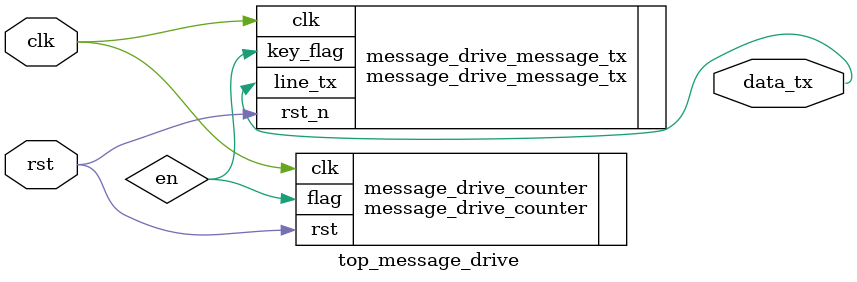
<source format=v>
`timescale 1ns / 1ps
module top_message_drive(
	input clk,
	input rst,
	output data_tx
    );
	
	
	wire en;
	
	message_drive_counter message_drive_counter(
	.clk(clk),
	.rst(rst),
	.flag(en)
    );
	
	message_drive_message_tx message_drive_message_tx(
    .clk(clk),
	.rst_n(rst),
	.key_flag(en),
	.line_tx(data_tx)
    );


endmodule

</source>
